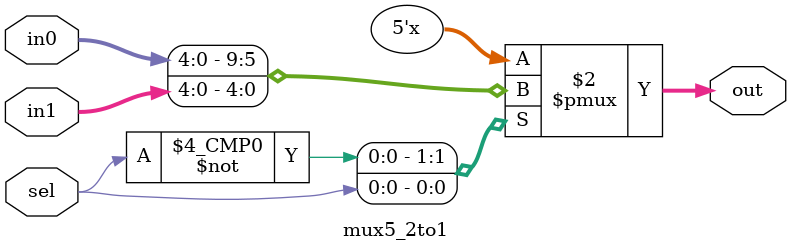
<source format=v>
module mux5_2to1(out, in0, in1, sel);
	output reg  [4:0] out;
	input [4:0] in0;
	input [4:0] in1;
	input sel;

  	always @(sel)
    begin
		case (sel)
			1'b0: out = in0;
			1'b1: out = in1;
		endcase
    end
endmodule

</source>
